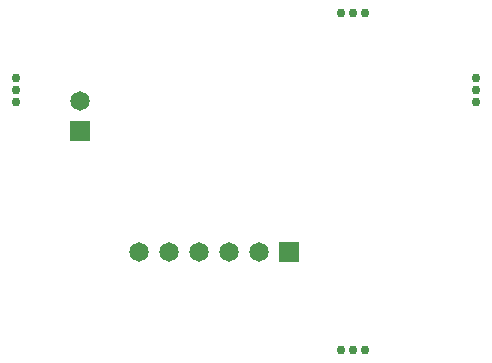
<source format=gbs>
G04*
G04 #@! TF.GenerationSoftware,Altium Limited,Altium Designer,24.0.1 (36)*
G04*
G04 Layer_Color=16711935*
%FSLAX24Y24*%
%MOIN*%
G70*
G04*
G04 #@! TF.SameCoordinates,E6425953-F81D-4A1B-B41F-9E3DC787EA87*
G04*
G04*
G04 #@! TF.FilePolarity,Negative*
G04*
G01*
G75*
%ADD56C,0.0296*%
%ADD57R,0.0651X0.0651*%
%ADD58C,0.0651*%
%ADD59R,0.0651X0.0651*%
D56*
X11614Y0D02*
D03*
X11220D02*
D03*
X10827D02*
D03*
X0Y8268D02*
D03*
Y8661D02*
D03*
Y9055D02*
D03*
X15315Y8268D02*
D03*
Y8661D02*
D03*
Y9055D02*
D03*
X11614Y11220D02*
D03*
X11220D02*
D03*
X10827D02*
D03*
D57*
X2136Y7307D02*
D03*
D58*
Y8307D02*
D03*
X8094Y3268D02*
D03*
X7094D02*
D03*
X6094D02*
D03*
X5094D02*
D03*
X4094D02*
D03*
D59*
X9094D02*
D03*
M02*

</source>
